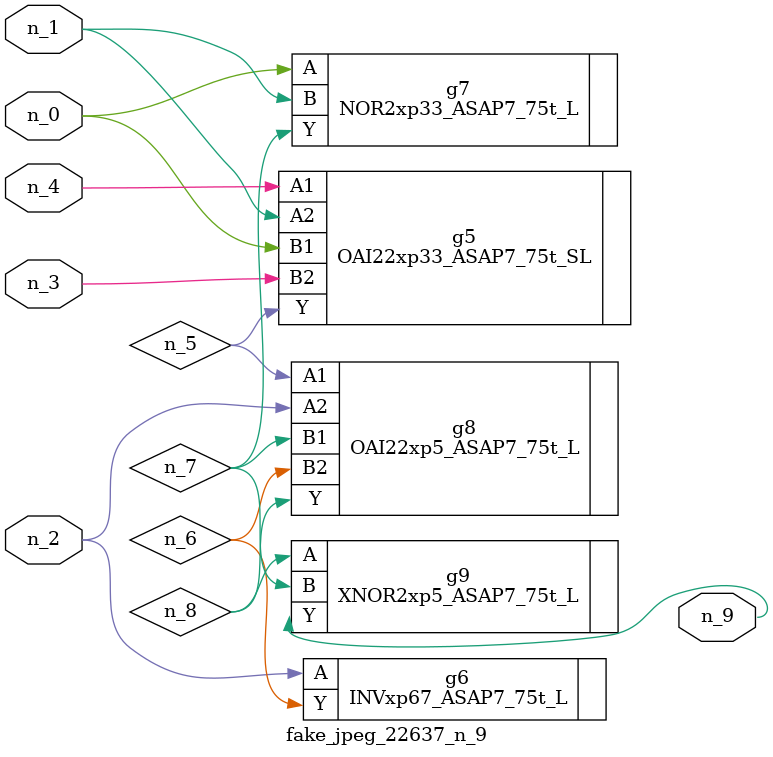
<source format=v>
module fake_jpeg_22637_n_9 (n_3, n_2, n_1, n_0, n_4, n_9);

input n_3;
input n_2;
input n_1;
input n_0;
input n_4;

output n_9;

wire n_8;
wire n_6;
wire n_5;
wire n_7;

OAI22xp33_ASAP7_75t_SL g5 ( 
.A1(n_4),
.A2(n_1),
.B1(n_0),
.B2(n_3),
.Y(n_5)
);

INVxp67_ASAP7_75t_L g6 ( 
.A(n_2),
.Y(n_6)
);

NOR2xp33_ASAP7_75t_L g7 ( 
.A(n_0),
.B(n_1),
.Y(n_7)
);

OAI22xp5_ASAP7_75t_L g8 ( 
.A1(n_5),
.A2(n_2),
.B1(n_7),
.B2(n_6),
.Y(n_8)
);

XNOR2xp5_ASAP7_75t_L g9 ( 
.A(n_8),
.B(n_7),
.Y(n_9)
);


endmodule
</source>
